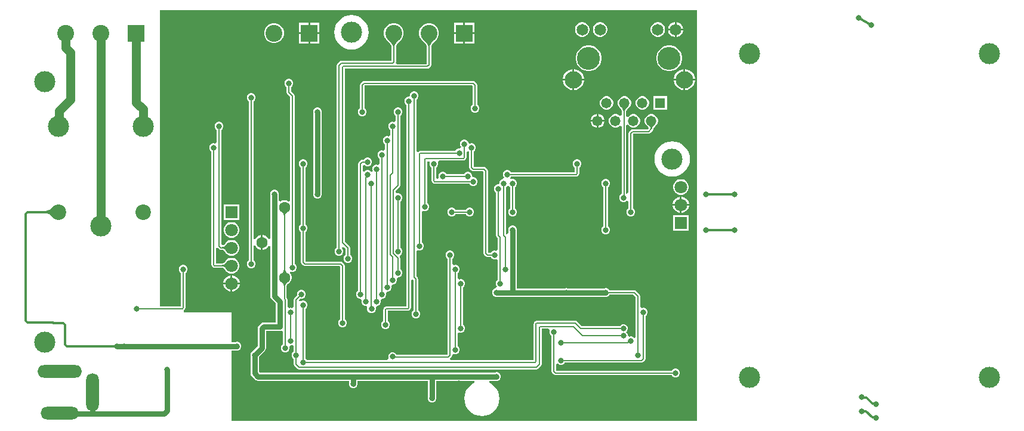
<source format=gbl>
G04*
G04 #@! TF.GenerationSoftware,Altium Limited,Altium Designer,22.11.1 (43)*
G04*
G04 Layer_Physical_Order=2*
G04 Layer_Color=16711680*
%FSLAX26Y26*%
%MOIN*%
G70*
G04*
G04 #@! TF.SameCoordinates,D133BA17-E144-49A8-921F-F672E643092A*
G04*
G04*
G04 #@! TF.FilePolarity,Positive*
G04*
G01*
G75*
%ADD92C,0.014000*%
%ADD93C,0.008000*%
%ADD94C,0.030000*%
%ADD96O,0.248031X0.070866*%
%ADD97O,0.212598X0.070866*%
%ADD98O,0.070866X0.212598*%
%ADD99C,0.097441*%
%ADD100C,0.064961*%
%ADD101C,0.058189*%
%ADD102R,0.058189X0.058189*%
%ADD103C,0.128346*%
%ADD104C,0.062992*%
%ADD105R,0.094488X0.094488*%
%ADD106C,0.094488*%
%ADD107C,0.086614*%
%ADD108C,0.086614*%
%ADD109C,0.118110*%
%ADD110R,0.070866X0.070866*%
%ADD111C,0.070866*%
%ADD112C,0.032000*%
%ADD113C,0.050000*%
G36*
X202306Y1169465D02*
X197928Y1173937D01*
X189600Y1181468D01*
X185649Y1184527D01*
X181841Y1187116D01*
X178175Y1189234D01*
X174652Y1190882D01*
X171271Y1192059D01*
X168032Y1192765D01*
X164936Y1193000D01*
X165194Y1207000D01*
X168230Y1207231D01*
X171442Y1207923D01*
X174827Y1209078D01*
X178387Y1210694D01*
X182121Y1212771D01*
X186030Y1215311D01*
X190113Y1218312D01*
X198802Y1225699D01*
X203407Y1230085D01*
X202306Y1169465D01*
D02*
G37*
G36*
X3800000Y32940D02*
X1200000Y32939D01*
Y426550D01*
X1223900D01*
X1225226Y426000D01*
X1234774D01*
X1243595Y429654D01*
X1250346Y436405D01*
X1254000Y445226D01*
Y454774D01*
X1250346Y463595D01*
X1243595Y470346D01*
X1234774Y474000D01*
X1225226D01*
X1223900Y473451D01*
X1200000D01*
Y640000D01*
X933634D01*
X931947Y650000D01*
X933965Y651348D01*
X938652Y656035D01*
X941304Y660004D01*
X942235Y664686D01*
Y859091D01*
X943595Y859654D01*
X950346Y866405D01*
X954000Y875226D01*
Y884774D01*
X950346Y893595D01*
X943595Y900346D01*
X934774Y904000D01*
X925226D01*
X916405Y900346D01*
X909654Y893595D01*
X906000Y884774D01*
Y875226D01*
X909654Y866405D01*
X916405Y859654D01*
X917765Y859091D01*
Y672235D01*
X800000D01*
Y2329265D01*
X3800000Y2329265D01*
Y32940D01*
D02*
G37*
%LPC*%
G36*
X3686656Y2262401D02*
X3686063D01*
Y2224921D01*
X3723543D01*
Y2225514D01*
X3720648Y2236318D01*
X3715056Y2246005D01*
X3707146Y2253914D01*
X3697460Y2259507D01*
X3686656Y2262401D01*
D02*
G37*
G36*
X3676063D02*
X3675470D01*
X3664666Y2259507D01*
X3654979Y2253914D01*
X3647070Y2246005D01*
X3641478Y2236318D01*
X3638583Y2225514D01*
Y2224921D01*
X3676063D01*
Y2262401D01*
D02*
G37*
G36*
X1691102Y2257244D02*
X1638858D01*
Y2205000D01*
X1691102D01*
Y2257244D01*
D02*
G37*
G36*
X1628858D02*
X1576614D01*
Y2205000D01*
X1628858D01*
Y2257244D01*
D02*
G37*
G36*
X2557244D02*
X2505000D01*
Y2205000D01*
X2557244D01*
Y2257244D01*
D02*
G37*
G36*
X2495000D02*
X2442756D01*
Y2205000D01*
X2495000D01*
Y2257244D01*
D02*
G37*
G36*
X3586392Y2260401D02*
X3575734D01*
X3565438Y2257643D01*
X3556207Y2252314D01*
X3548671Y2244777D01*
X3543341Y2235546D01*
X3540583Y2225251D01*
Y2214592D01*
X3543341Y2204296D01*
X3548671Y2195066D01*
X3556207Y2187529D01*
X3565438Y2182200D01*
X3575734Y2179441D01*
X3586392D01*
X3596688Y2182200D01*
X3605919Y2187529D01*
X3613455Y2195066D01*
X3618785Y2204296D01*
X3621543Y2214592D01*
Y2225251D01*
X3618785Y2235546D01*
X3613455Y2244777D01*
X3605919Y2252314D01*
X3596688Y2257643D01*
X3586392Y2260401D01*
D02*
G37*
G36*
X3264345D02*
X3253686D01*
X3243391Y2257643D01*
X3234160Y2252314D01*
X3226624Y2244777D01*
X3221294Y2235546D01*
X3218535Y2225251D01*
Y2214592D01*
X3221294Y2204296D01*
X3226624Y2195066D01*
X3234160Y2187529D01*
X3243391Y2182200D01*
X3253686Y2179441D01*
X3264345D01*
X3274641Y2182200D01*
X3283871Y2187529D01*
X3291408Y2195066D01*
X3296737Y2204296D01*
X3299496Y2214592D01*
Y2225251D01*
X3296737Y2235546D01*
X3291408Y2244777D01*
X3283871Y2252314D01*
X3274641Y2257643D01*
X3264345Y2260401D01*
D02*
G37*
G36*
X3164345D02*
X3153686D01*
X3143391Y2257643D01*
X3134160Y2252314D01*
X3126624Y2244777D01*
X3121294Y2235546D01*
X3118535Y2225251D01*
Y2214592D01*
X3121294Y2204296D01*
X3126624Y2195066D01*
X3134160Y2187529D01*
X3143391Y2182200D01*
X3153686Y2179441D01*
X3164345D01*
X3174641Y2182200D01*
X3183871Y2187529D01*
X3191408Y2195066D01*
X3196737Y2204296D01*
X3199496Y2214592D01*
Y2225251D01*
X3196737Y2235546D01*
X3191408Y2244777D01*
X3183871Y2252314D01*
X3174641Y2257643D01*
X3164345Y2260401D01*
D02*
G37*
G36*
X3723543Y2214921D02*
X3686063D01*
Y2177441D01*
X3686656D01*
X3697460Y2180336D01*
X3707146Y2185928D01*
X3715056Y2193838D01*
X3720648Y2203524D01*
X3723543Y2214329D01*
Y2214921D01*
D02*
G37*
G36*
X3676063D02*
X3638583D01*
Y2214329D01*
X3641478Y2203524D01*
X3647070Y2193838D01*
X3654979Y2185928D01*
X3664666Y2180336D01*
X3675470Y2177441D01*
X3676063D01*
Y2214921D01*
D02*
G37*
G36*
X1444281Y2255244D02*
X1429735D01*
X1415685Y2251479D01*
X1403087Y2244206D01*
X1392802Y2233921D01*
X1385529Y2221323D01*
X1381764Y2207273D01*
Y2192727D01*
X1385529Y2178677D01*
X1392802Y2166079D01*
X1403087Y2155794D01*
X1415685Y2148521D01*
X1429735Y2144756D01*
X1444281D01*
X1458331Y2148521D01*
X1470929Y2155794D01*
X1481214Y2166079D01*
X1488487Y2178677D01*
X1492252Y2192727D01*
Y2207273D01*
X1488487Y2221323D01*
X1481214Y2233921D01*
X1470929Y2244206D01*
X1458331Y2251479D01*
X1444281Y2255244D01*
D02*
G37*
G36*
X2557244Y2195000D02*
X2505000D01*
Y2142756D01*
X2557244D01*
Y2195000D01*
D02*
G37*
G36*
X2495000D02*
X2442756D01*
Y2142756D01*
X2495000D01*
Y2195000D01*
D02*
G37*
G36*
X1691102Y2195000D02*
X1638858D01*
Y2142756D01*
X1691102D01*
Y2195000D01*
D02*
G37*
G36*
X1628858D02*
X1576614D01*
Y2142756D01*
X1628858D01*
Y2195000D01*
D02*
G37*
G36*
X1870079Y2301324D02*
X1851233Y2299468D01*
X1833112Y2293971D01*
X1816411Y2285044D01*
X1801773Y2273030D01*
X1789759Y2258392D01*
X1780832Y2241691D01*
X1775335Y2223570D01*
X1773479Y2204724D01*
X1775335Y2185879D01*
X1780832Y2167757D01*
X1789759Y2151057D01*
X1801773Y2136418D01*
X1816411Y2124405D01*
X1833112Y2115478D01*
X1851233Y2109981D01*
X1870079Y2108125D01*
X1888924Y2109981D01*
X1907046Y2115478D01*
X1923746Y2124405D01*
X1938385Y2136418D01*
X1950398Y2151057D01*
X1959325Y2167757D01*
X1964822Y2185879D01*
X1966678Y2204724D01*
X1964822Y2223570D01*
X1959325Y2241691D01*
X1950398Y2258392D01*
X1938385Y2273030D01*
X1923746Y2285044D01*
X1907046Y2293971D01*
X1888924Y2299468D01*
X1870079Y2301324D01*
D02*
G37*
G36*
X2310423Y2255244D02*
X2295877D01*
X2281826Y2251479D01*
X2269229Y2244206D01*
X2258943Y2233921D01*
X2251670Y2221323D01*
X2247905Y2207273D01*
Y2192727D01*
X2251670Y2178677D01*
X2258943Y2166079D01*
X2263828Y2161195D01*
X2264225Y2160581D01*
X2274506Y2149985D01*
X2282293Y2140839D01*
X2285181Y2136936D01*
X2287496Y2133383D01*
X2289189Y2130296D01*
X2290278Y2127747D01*
X2290818Y2125830D01*
X2290914Y2124908D01*
Y2028217D01*
X2288932Y2026235D01*
X2125007D01*
X2122977Y2028132D01*
X2118216Y2036235D01*
X2118534Y2037836D01*
Y2124908D01*
X2118630Y2125830D01*
X2119170Y2127747D01*
X2120259Y2130296D01*
X2121953Y2133384D01*
X2124268Y2136936D01*
X2127111Y2140778D01*
X2139797Y2155131D01*
X2145149Y2160505D01*
X2145583Y2161157D01*
X2150506Y2166079D01*
X2157778Y2178677D01*
X2161543Y2192727D01*
Y2207273D01*
X2157778Y2221323D01*
X2150506Y2233921D01*
X2140220Y2244206D01*
X2127623Y2251479D01*
X2113572Y2255244D01*
X2099026D01*
X2084976Y2251479D01*
X2072378Y2244206D01*
X2062093Y2233921D01*
X2054820Y2221323D01*
X2051055Y2207273D01*
Y2192727D01*
X2054820Y2178677D01*
X2062093Y2166079D01*
X2066978Y2161195D01*
X2067374Y2160581D01*
X2077655Y2149985D01*
X2085442Y2140839D01*
X2088331Y2136936D01*
X2090646Y2133383D01*
X2092339Y2130296D01*
X2093428Y2127747D01*
X2093968Y2125830D01*
X2094064Y2124908D01*
Y2045385D01*
X1813149D01*
X1808467Y2044453D01*
X1804498Y2041801D01*
X1791349Y2028651D01*
X1788696Y2024682D01*
X1787765Y2020000D01*
Y1000909D01*
X1786405Y1000346D01*
X1779654Y993595D01*
X1776000Y984774D01*
Y975226D01*
X1779654Y966405D01*
X1786405Y959654D01*
X1795226Y956000D01*
X1804774D01*
X1813595Y959654D01*
X1820346Y966405D01*
X1824000Y975226D01*
Y984774D01*
X1820346Y993595D01*
X1815784Y998157D01*
X1816057Y1002498D01*
X1825420Y1006126D01*
X1826676Y1006021D01*
X1837765Y994932D01*
Y960909D01*
X1836405Y960346D01*
X1829654Y953595D01*
X1826000Y944774D01*
Y935226D01*
X1829654Y926405D01*
X1836405Y919654D01*
X1845226Y916000D01*
X1854774D01*
X1863595Y919654D01*
X1870346Y926405D01*
X1874000Y935226D01*
Y944774D01*
X1870346Y953595D01*
X1863595Y960346D01*
X1862235Y960909D01*
Y1000000D01*
X1861304Y1004682D01*
X1858651Y1008652D01*
X1832235Y1035068D01*
Y2001765D01*
X2294000D01*
X2298682Y2002696D01*
X2302651Y2005349D01*
X2311801Y2014498D01*
X2314453Y2018467D01*
X2315385Y2023150D01*
Y2124908D01*
X2315481Y2125830D01*
X2316021Y2127747D01*
X2317110Y2130296D01*
X2318804Y2133384D01*
X2321118Y2136936D01*
X2323961Y2140778D01*
X2336647Y2155131D01*
X2342000Y2160505D01*
X2342434Y2161157D01*
X2347356Y2166079D01*
X2354629Y2178677D01*
X2358394Y2192727D01*
Y2207273D01*
X2354629Y2221323D01*
X2347356Y2233921D01*
X2337070Y2244206D01*
X2324473Y2251479D01*
X2310423Y2255244D01*
D02*
G37*
G36*
X3652148Y2132252D02*
X3637931D01*
X3623987Y2129478D01*
X3610853Y2124038D01*
X3599032Y2116139D01*
X3588979Y2106086D01*
X3581080Y2094265D01*
X3575640Y2081131D01*
X3572866Y2067187D01*
Y2052970D01*
X3575640Y2039027D01*
X3581080Y2025892D01*
X3588979Y2014071D01*
X3599032Y2004018D01*
X3610853Y1996120D01*
X3623987Y1990679D01*
X3637931Y1987906D01*
X3652148D01*
X3666091Y1990679D01*
X3679226Y1996120D01*
X3691047Y2004018D01*
X3701100Y2014071D01*
X3708998Y2025892D01*
X3714439Y2039027D01*
X3717213Y2052970D01*
Y2067187D01*
X3714439Y2081131D01*
X3708998Y2094265D01*
X3701100Y2106086D01*
X3691047Y2116139D01*
X3679226Y2124038D01*
X3666091Y2129478D01*
X3652148Y2132252D01*
D02*
G37*
G36*
X3202148D02*
X3187931D01*
X3173987Y2129478D01*
X3160853Y2124038D01*
X3149032Y2116139D01*
X3138979Y2106086D01*
X3131080Y2094265D01*
X3125640Y2081131D01*
X3122866Y2067187D01*
Y2052970D01*
X3125640Y2039027D01*
X3131080Y2025892D01*
X3138979Y2014071D01*
X3149032Y2004018D01*
X3160853Y1996120D01*
X3173987Y1990679D01*
X3187931Y1987906D01*
X3202148D01*
X3216091Y1990679D01*
X3229226Y1996120D01*
X3241047Y2004018D01*
X3251100Y2014071D01*
X3258998Y2025892D01*
X3264439Y2039027D01*
X3267213Y2052970D01*
Y2067187D01*
X3264439Y2081131D01*
X3258998Y2094265D01*
X3251100Y2106086D01*
X3241047Y2116139D01*
X3229226Y2124038D01*
X3216091Y2129478D01*
X3202148Y2132252D01*
D02*
G37*
G36*
X3735862Y1998720D02*
X3735079D01*
Y1945000D01*
X3788799D01*
Y1945784D01*
X3786543Y1957128D01*
X3782116Y1967814D01*
X3775690Y1977432D01*
X3767511Y1985611D01*
X3757893Y1992037D01*
X3747207Y1996464D01*
X3735862Y1998720D01*
D02*
G37*
G36*
X3115784D02*
X3115000D01*
Y1945000D01*
X3168720D01*
Y1945784D01*
X3166464Y1957128D01*
X3162037Y1967814D01*
X3155611Y1977432D01*
X3147432Y1985611D01*
X3137814Y1992037D01*
X3127128Y1996464D01*
X3115784Y1998720D01*
D02*
G37*
G36*
X3725079D02*
X3724295D01*
X3712951Y1996464D01*
X3702264Y1992037D01*
X3692647Y1985611D01*
X3684468Y1977432D01*
X3678041Y1967814D01*
X3673615Y1957128D01*
X3671358Y1945784D01*
Y1945000D01*
X3725079D01*
Y1998720D01*
D02*
G37*
G36*
X3105000D02*
X3104216D01*
X3092872Y1996464D01*
X3082186Y1992037D01*
X3072568Y1985611D01*
X3064389Y1977432D01*
X3057963Y1967814D01*
X3053536Y1957128D01*
X3051280Y1945784D01*
Y1945000D01*
X3105000D01*
Y1998720D01*
D02*
G37*
G36*
X3788799Y1935000D02*
X3735079D01*
Y1881280D01*
X3735862D01*
X3747207Y1883536D01*
X3757893Y1887963D01*
X3767511Y1894389D01*
X3775690Y1902568D01*
X3782116Y1912186D01*
X3786543Y1922872D01*
X3788799Y1934216D01*
Y1935000D01*
D02*
G37*
G36*
X3725079D02*
X3671358D01*
Y1934216D01*
X3673615Y1922872D01*
X3678041Y1912186D01*
X3684468Y1902568D01*
X3692647Y1894389D01*
X3702264Y1887963D01*
X3712951Y1883536D01*
X3724295Y1881280D01*
X3725079D01*
Y1935000D01*
D02*
G37*
G36*
X3168720D02*
X3115000D01*
Y1881280D01*
X3115784D01*
X3127128Y1883536D01*
X3137814Y1887963D01*
X3147432Y1894389D01*
X3155611Y1902568D01*
X3162037Y1912186D01*
X3166464Y1922872D01*
X3168720Y1934216D01*
Y1935000D01*
D02*
G37*
G36*
X3105000D02*
X3051280D01*
Y1934216D01*
X3053536Y1922872D01*
X3057963Y1912186D01*
X3064389Y1902568D01*
X3072568Y1894389D01*
X3082186Y1887963D01*
X3092872Y1883536D01*
X3104216Y1881280D01*
X3105000D01*
Y1935000D01*
D02*
G37*
G36*
X3632134Y1847173D02*
X3557945D01*
Y1772984D01*
X3632134D01*
Y1847173D01*
D02*
G37*
G36*
X3499923D02*
X3490156D01*
X3480722Y1844645D01*
X3472263Y1839762D01*
X3465356Y1832855D01*
X3460473Y1824397D01*
X3457945Y1814962D01*
Y1805195D01*
X3460473Y1795761D01*
X3465356Y1787302D01*
X3472263Y1780396D01*
X3480722Y1775512D01*
X3490156Y1772984D01*
X3499923D01*
X3509357Y1775512D01*
X3517816Y1780396D01*
X3524722Y1787302D01*
X3529606Y1795761D01*
X3532134Y1805195D01*
Y1814962D01*
X3529606Y1824397D01*
X3524722Y1832855D01*
X3517816Y1839762D01*
X3509357Y1844645D01*
X3499923Y1847173D01*
D02*
G37*
G36*
X3299923D02*
X3290156D01*
X3280722Y1844645D01*
X3272263Y1839762D01*
X3265356Y1832855D01*
X3260473Y1824397D01*
X3257945Y1814962D01*
Y1805195D01*
X3260473Y1795761D01*
X3265356Y1787302D01*
X3272263Y1780396D01*
X3280722Y1775512D01*
X3290156Y1772984D01*
X3299923D01*
X3309357Y1775512D01*
X3317816Y1780396D01*
X3324722Y1787302D01*
X3329606Y1795761D01*
X3332134Y1805195D01*
Y1814962D01*
X3329606Y1824397D01*
X3324722Y1832855D01*
X3317816Y1839762D01*
X3309357Y1844645D01*
X3299923Y1847173D01*
D02*
G37*
G36*
X2550000Y1932235D02*
X1940000D01*
X1935318Y1931304D01*
X1931349Y1928651D01*
X1921349Y1918651D01*
X1918696Y1914682D01*
X1917765Y1910000D01*
Y1780909D01*
X1916405Y1780346D01*
X1909654Y1773595D01*
X1906000Y1764774D01*
Y1755226D01*
X1909654Y1746405D01*
X1916405Y1739654D01*
X1925226Y1736000D01*
X1934774D01*
X1943595Y1739654D01*
X1950346Y1746405D01*
X1954000Y1755226D01*
Y1764774D01*
X1950346Y1773595D01*
X1943595Y1780346D01*
X1942235Y1780909D01*
Y1904932D01*
X1945068Y1907765D01*
X2544932D01*
X2547765Y1904932D01*
Y1800909D01*
X2546405Y1800346D01*
X2539654Y1793595D01*
X2536000Y1784774D01*
Y1775226D01*
X2539654Y1766405D01*
X2546405Y1759654D01*
X2555226Y1756000D01*
X2564774D01*
X2573595Y1759654D01*
X2580346Y1766405D01*
X2584000Y1775226D01*
Y1784774D01*
X2580346Y1793595D01*
X2573595Y1800346D01*
X2572235Y1800909D01*
Y1910000D01*
X2571304Y1914682D01*
X2568651Y1918651D01*
X2558651Y1928651D01*
X2554682Y1931304D01*
X2550000Y1932235D01*
D02*
G37*
G36*
X3399923Y1847173D02*
X3390156D01*
X3380722Y1844645D01*
X3372263Y1839762D01*
X3365356Y1832855D01*
X3360473Y1824397D01*
X3357945Y1814962D01*
Y1805195D01*
X3360473Y1795761D01*
X3365356Y1787302D01*
X3366579Y1786080D01*
X3366624Y1785994D01*
X3372061Y1779313D01*
X3376111Y1773619D01*
X3377561Y1771263D01*
X3378717Y1769123D01*
X3379542Y1767304D01*
X3380051Y1765855D01*
X3380285Y1764841D01*
Y1741435D01*
X3370285Y1737293D01*
X3367816Y1739762D01*
X3359357Y1744645D01*
X3349923Y1747173D01*
X3340156D01*
X3330722Y1744645D01*
X3322263Y1739762D01*
X3315356Y1732855D01*
X3310473Y1724397D01*
X3307945Y1714962D01*
Y1705195D01*
X3310473Y1695761D01*
X3315356Y1687302D01*
X3322263Y1680396D01*
X3330722Y1675512D01*
X3340156Y1672984D01*
X3349923D01*
X3359357Y1675512D01*
X3367816Y1680396D01*
X3370285Y1682864D01*
X3380285Y1678722D01*
Y1301953D01*
X3376405Y1300346D01*
X3369654Y1293595D01*
X3366000Y1284774D01*
Y1275226D01*
X3369654Y1266405D01*
X3376405Y1259654D01*
X3385226Y1256000D01*
X3394774D01*
X3403595Y1259654D01*
X3407765Y1263824D01*
X3417765Y1260173D01*
Y1220909D01*
X3416405Y1220346D01*
X3409654Y1213595D01*
X3406000Y1204774D01*
Y1195226D01*
X3409654Y1186405D01*
X3416405Y1179654D01*
X3425226Y1176000D01*
X3434774D01*
X3443595Y1179654D01*
X3450346Y1186405D01*
X3454000Y1195226D01*
Y1204774D01*
X3450346Y1213595D01*
X3443595Y1220346D01*
X3442235Y1220909D01*
Y1634932D01*
X3445068Y1637765D01*
X3530000D01*
X3534682Y1638696D01*
X3538651Y1641349D01*
X3553691Y1656388D01*
X3556343Y1660357D01*
X3557125Y1664289D01*
X3557177Y1664479D01*
X3557184Y1664585D01*
X3557274Y1665039D01*
Y1665898D01*
X3557286Y1666063D01*
X3557517Y1667202D01*
X3557948Y1668493D01*
X3558619Y1669947D01*
X3559559Y1671558D01*
X3560794Y1673313D01*
X3562262Y1675103D01*
X3566452Y1679343D01*
X3567360Y1680133D01*
X3567816Y1680396D01*
X3568836Y1681416D01*
X3568994Y1681553D01*
X3569064Y1681644D01*
X3569263Y1681842D01*
X3569409Y1681940D01*
X3569507Y1682087D01*
X3574722Y1687302D01*
X3579606Y1695761D01*
X3582134Y1705195D01*
Y1714962D01*
X3579606Y1724397D01*
X3574722Y1732855D01*
X3567816Y1739762D01*
X3559357Y1744645D01*
X3549923Y1747173D01*
X3540156D01*
X3530722Y1744645D01*
X3522263Y1739762D01*
X3515356Y1732855D01*
X3510473Y1724397D01*
X3507945Y1714962D01*
Y1705195D01*
X3510473Y1695761D01*
X3515356Y1687302D01*
X3520571Y1682087D01*
X3520669Y1681940D01*
X3520816Y1681842D01*
X3521015Y1681644D01*
X3521085Y1681553D01*
X3521243Y1681416D01*
X3522263Y1680396D01*
X3522718Y1680133D01*
X3523710Y1679270D01*
X3525885Y1677185D01*
X3527743Y1675194D01*
X3529284Y1673314D01*
X3530519Y1671558D01*
X3531460Y1669947D01*
X3531834Y1669137D01*
X3524932Y1662235D01*
X3440000D01*
X3435318Y1661304D01*
X3431349Y1658651D01*
X3421349Y1648651D01*
X3418696Y1644682D01*
X3417765Y1640000D01*
Y1308650D01*
X3407765Y1303544D01*
X3404755Y1305723D01*
Y1685665D01*
X3414755Y1688344D01*
X3415356Y1687302D01*
X3422263Y1680396D01*
X3430722Y1675512D01*
X3440156Y1672984D01*
X3449923D01*
X3459357Y1675512D01*
X3467816Y1680396D01*
X3474722Y1687302D01*
X3479606Y1695761D01*
X3482134Y1705195D01*
Y1714962D01*
X3479606Y1724397D01*
X3474722Y1732855D01*
X3467816Y1739762D01*
X3459357Y1744645D01*
X3449923Y1747173D01*
X3440156D01*
X3430722Y1744645D01*
X3422263Y1739762D01*
X3415356Y1732855D01*
X3414755Y1731813D01*
X3404755Y1734493D01*
Y1764172D01*
X3404767Y1764318D01*
X3405006Y1765315D01*
X3405497Y1766590D01*
X3406298Y1768127D01*
X3407445Y1769900D01*
X3408956Y1771875D01*
X3410772Y1773947D01*
X3415794Y1778822D01*
X3417261Y1780075D01*
X3417816Y1780396D01*
X3424722Y1787302D01*
X3429606Y1795761D01*
X3432134Y1805195D01*
Y1814962D01*
X3429606Y1824397D01*
X3424722Y1832855D01*
X3417816Y1839762D01*
X3409357Y1844645D01*
X3399923Y1847173D01*
D02*
G37*
G36*
X3250186Y1749173D02*
X3250039D01*
Y1715079D01*
X3284134D01*
Y1715226D01*
X3281470Y1725169D01*
X3276323Y1734083D01*
X3269044Y1741362D01*
X3260129Y1746509D01*
X3250186Y1749173D01*
D02*
G37*
G36*
X3240039D02*
X3239892D01*
X3229950Y1746509D01*
X3221035Y1741362D01*
X3213756Y1734083D01*
X3208609Y1725169D01*
X3205945Y1715226D01*
Y1715079D01*
X3240039D01*
Y1749173D01*
D02*
G37*
G36*
X2134774Y1784000D02*
X2125226D01*
X2116405Y1780346D01*
X2109654Y1773595D01*
X2106000Y1764774D01*
Y1755226D01*
X2109654Y1746405D01*
X2116405Y1739654D01*
X2117765Y1739091D01*
Y1709242D01*
X2107765Y1702761D01*
X2104774Y1704000D01*
X2095226D01*
X2086405Y1700346D01*
X2079654Y1693595D01*
X2076000Y1684774D01*
Y1675226D01*
X2079654Y1666405D01*
X2086405Y1659654D01*
X2087765Y1659091D01*
Y1629242D01*
X2077765Y1622761D01*
X2074774Y1624000D01*
X2065226D01*
X2056405Y1620346D01*
X2049654Y1613595D01*
X2046000Y1604774D01*
Y1595226D01*
X2049654Y1586405D01*
X2056405Y1579654D01*
X2057765Y1579091D01*
Y1549242D01*
X2047765Y1542761D01*
X2044774Y1544000D01*
X2035226D01*
X2026405Y1540346D01*
X2019654Y1533595D01*
X2016000Y1524774D01*
Y1515226D01*
X2019654Y1506405D01*
X2026405Y1499654D01*
X2027765Y1499091D01*
Y1469242D01*
X2017765Y1462761D01*
X2014774Y1464000D01*
X2005226D01*
X1996405Y1460346D01*
X1989654Y1453595D01*
X1986000Y1444774D01*
Y1435226D01*
X1988983Y1428023D01*
X1980346Y1423595D01*
X1973595Y1430346D01*
X1964774Y1434000D01*
X1955226D01*
X1946405Y1430346D01*
X1942235Y1426176D01*
X1932235Y1429827D01*
Y1460173D01*
X1942235Y1463824D01*
X1946405Y1459654D01*
X1955226Y1456000D01*
X1964774D01*
X1973595Y1459654D01*
X1980346Y1466405D01*
X1984000Y1475226D01*
Y1484774D01*
X1980346Y1493595D01*
X1973595Y1500346D01*
X1964774Y1504000D01*
X1955226D01*
X1946405Y1500346D01*
X1939654Y1493595D01*
X1939091Y1492235D01*
X1930000D01*
X1925318Y1491304D01*
X1921349Y1488651D01*
X1911349Y1478651D01*
X1908696Y1474682D01*
X1907765Y1470000D01*
Y760909D01*
X1906405Y760346D01*
X1899654Y753595D01*
X1896000Y744774D01*
Y735226D01*
X1899654Y726405D01*
X1906405Y719654D01*
X1915226Y716000D01*
X1919826D01*
X1926773Y706989D01*
X1926823Y706761D01*
X1926000Y704774D01*
Y695226D01*
X1929654Y686405D01*
X1936405Y679654D01*
X1945226Y676000D01*
X1951826D01*
X1957600Y669701D01*
X1958869Y666872D01*
X1958000Y664774D01*
Y655226D01*
X1961654Y646405D01*
X1968405Y639654D01*
X1977226Y636000D01*
X1986774D01*
X1995595Y639654D01*
X2002346Y646405D01*
X2006000Y655226D01*
Y664774D01*
X2005492Y666000D01*
X2012174Y676000D01*
X2014774D01*
X2023595Y679654D01*
X2030346Y686405D01*
X2034000Y695226D01*
Y704774D01*
X2033177Y706761D01*
X2033227Y706989D01*
X2040174Y716000D01*
X2044774D01*
X2053595Y719654D01*
X2060346Y726405D01*
X2064000Y735226D01*
Y744774D01*
X2063177Y746761D01*
X2063227Y746989D01*
X2070174Y756000D01*
X2074774D01*
X2083595Y759654D01*
X2090346Y766405D01*
X2094000Y775226D01*
Y784774D01*
X2093177Y786761D01*
X2093227Y786989D01*
X2100174Y796000D01*
X2104774D01*
X2113595Y799654D01*
X2120346Y806405D01*
X2124000Y815226D01*
Y824774D01*
X2123177Y826761D01*
X2123227Y826989D01*
X2130174Y836000D01*
X2134774D01*
X2143595Y839654D01*
X2150346Y846405D01*
X2154000Y855226D01*
Y864774D01*
X2150346Y873595D01*
X2143595Y880346D01*
X2142235Y880909D01*
Y940402D01*
X2141304Y945084D01*
X2139840Y947275D01*
X2140528Y953890D01*
X2142604Y959243D01*
X2143595Y959654D01*
X2150346Y966405D01*
X2154000Y975226D01*
Y984774D01*
X2150346Y993595D01*
X2143595Y1000346D01*
X2142235Y1000909D01*
Y1259091D01*
X2143595Y1259654D01*
X2150346Y1266405D01*
X2154000Y1275226D01*
Y1284774D01*
X2150346Y1293595D01*
X2143595Y1300346D01*
X2134774Y1304000D01*
X2125226D01*
X2117219Y1309639D01*
X2116536Y1319233D01*
X2138651Y1341349D01*
X2141304Y1345318D01*
X2142235Y1350000D01*
Y1739091D01*
X2143595Y1739654D01*
X2150346Y1746405D01*
X2154000Y1755226D01*
Y1764774D01*
X2150346Y1773595D01*
X2143595Y1780346D01*
X2134774Y1784000D01*
D02*
G37*
G36*
X3284134Y1705079D02*
X3250039D01*
Y1670984D01*
X3250186D01*
X3260129Y1673649D01*
X3269044Y1678795D01*
X3276323Y1686074D01*
X3281470Y1694989D01*
X3284134Y1704932D01*
Y1705079D01*
D02*
G37*
G36*
X3240039D02*
X3205945D01*
Y1704932D01*
X3208609Y1694989D01*
X3213756Y1686074D01*
X3221035Y1678795D01*
X3229950Y1673649D01*
X3239892Y1670984D01*
X3240039D01*
Y1705079D01*
D02*
G37*
G36*
X1134774Y1704000D02*
X1125226D01*
X1116405Y1700346D01*
X1109654Y1693595D01*
X1106000Y1684774D01*
Y1675226D01*
X1109654Y1666405D01*
X1116405Y1659654D01*
X1117765Y1659091D01*
Y1589242D01*
X1107765Y1582761D01*
X1104774Y1584000D01*
X1095226D01*
X1086405Y1580346D01*
X1079654Y1573595D01*
X1076000Y1564774D01*
Y1555226D01*
X1079654Y1546405D01*
X1086405Y1539654D01*
X1087765Y1539091D01*
Y904686D01*
X1088696Y900004D01*
X1091349Y896035D01*
X1096035Y891348D01*
X1100004Y888696D01*
X1104686Y887765D01*
X1148477D01*
X1149054Y887737D01*
X1150860Y887458D01*
X1152515Y887012D01*
X1154053Y886401D01*
X1155508Y885616D01*
X1156914Y884634D01*
X1158288Y883428D01*
X1159638Y881969D01*
X1160962Y880230D01*
X1162420Y877924D01*
X1162861Y877460D01*
X1165245Y873332D01*
X1173332Y865245D01*
X1183236Y859527D01*
X1194282Y856567D01*
X1205718D01*
X1216764Y859527D01*
X1226668Y865245D01*
X1234755Y873332D01*
X1240473Y883236D01*
X1243433Y894282D01*
Y905718D01*
X1240473Y916764D01*
X1234755Y926668D01*
X1226668Y934755D01*
X1216764Y940473D01*
X1205718Y943433D01*
X1194282D01*
X1183236Y940473D01*
X1173332Y934755D01*
X1165245Y926668D01*
X1162861Y922540D01*
X1162420Y922076D01*
X1160962Y919770D01*
X1159638Y918031D01*
X1158288Y916572D01*
X1156914Y915366D01*
X1155508Y914384D01*
X1154053Y913599D01*
X1152515Y912988D01*
X1150860Y912542D01*
X1149054Y912263D01*
X1148477Y912235D01*
X1112235D01*
Y996988D01*
X1118523Y999996D01*
X1122235Y1000462D01*
X1131349Y991348D01*
X1135318Y988696D01*
X1140000Y987765D01*
X1148477D01*
X1149054Y987737D01*
X1150860Y987458D01*
X1152515Y987012D01*
X1154053Y986401D01*
X1155508Y985616D01*
X1156914Y984634D01*
X1158288Y983428D01*
X1159638Y981969D01*
X1160962Y980230D01*
X1162420Y977924D01*
X1162861Y977460D01*
X1165245Y973332D01*
X1173332Y965245D01*
X1183236Y959527D01*
X1194282Y956567D01*
X1205718D01*
X1216764Y959527D01*
X1226668Y965245D01*
X1234755Y973332D01*
X1240473Y983236D01*
X1243433Y994282D01*
Y1005718D01*
X1240473Y1016764D01*
X1234755Y1026668D01*
X1226668Y1034755D01*
X1216764Y1040473D01*
X1205718Y1043433D01*
X1194282D01*
X1183236Y1040473D01*
X1173332Y1034755D01*
X1165245Y1026668D01*
X1162861Y1022540D01*
X1162420Y1022076D01*
X1160962Y1019770D01*
X1159638Y1018031D01*
X1158288Y1016572D01*
X1156914Y1015366D01*
X1155508Y1014384D01*
X1154053Y1013599D01*
X1152515Y1012988D01*
X1151230Y1012641D01*
X1149303Y1013695D01*
X1144015Y1017613D01*
X1142235Y1019503D01*
Y1659091D01*
X1143595Y1659654D01*
X1150346Y1666405D01*
X1154000Y1675226D01*
Y1684774D01*
X1150346Y1693595D01*
X1143595Y1700346D01*
X1134774Y1704000D01*
D02*
G37*
G36*
X3661417Y1595027D02*
X3642110Y1593125D01*
X3623546Y1587494D01*
X3606436Y1578348D01*
X3591439Y1566041D01*
X3579132Y1551044D01*
X3569987Y1533935D01*
X3564355Y1515370D01*
X3562454Y1496063D01*
X3564355Y1476756D01*
X3569987Y1458191D01*
X3579132Y1441082D01*
X3591439Y1426085D01*
X3606436Y1413778D01*
X3623546Y1404632D01*
X3642110Y1399001D01*
X3661417Y1397099D01*
X3680724Y1399001D01*
X3699289Y1404632D01*
X3716399Y1413778D01*
X3731395Y1426085D01*
X3743703Y1441082D01*
X3752848Y1458191D01*
X3758479Y1476756D01*
X3760381Y1496063D01*
X3758479Y1515370D01*
X3752848Y1533935D01*
X3743703Y1551044D01*
X3731395Y1566041D01*
X3716399Y1578348D01*
X3699289Y1587494D01*
X3680724Y1593125D01*
X3661417Y1595027D01*
D02*
G37*
G36*
X3715718Y1383433D02*
X3704282D01*
X3693235Y1380473D01*
X3683331Y1374755D01*
X3675245Y1366668D01*
X3669527Y1356764D01*
X3666567Y1345718D01*
Y1334282D01*
X3669527Y1323236D01*
X3675245Y1313332D01*
X3683331Y1305245D01*
X3693235Y1299527D01*
X3704282Y1296567D01*
X3715718D01*
X3726765Y1299527D01*
X3736669Y1305245D01*
X3744755Y1313332D01*
X3750473Y1323236D01*
X3753433Y1334282D01*
Y1345718D01*
X3750473Y1356764D01*
X3744755Y1366668D01*
X3736669Y1374755D01*
X3726765Y1380473D01*
X3715718Y1383433D01*
D02*
G37*
G36*
X1684774Y1784000D02*
X1675226D01*
X1666405Y1780346D01*
X1659654Y1773595D01*
X1656000Y1764774D01*
Y1755226D01*
X1656549Y1753900D01*
Y1306100D01*
X1656000Y1304774D01*
Y1295226D01*
X1659654Y1286405D01*
X1666405Y1279654D01*
X1675226Y1276000D01*
X1684774D01*
X1693595Y1279654D01*
X1700346Y1286405D01*
X1704000Y1295226D01*
Y1304774D01*
X1703451Y1306100D01*
Y1753900D01*
X1704000Y1755226D01*
Y1764774D01*
X1700346Y1773595D01*
X1693595Y1780346D01*
X1684774Y1784000D01*
D02*
G37*
G36*
X3715981Y1285433D02*
X3715000D01*
Y1245000D01*
X3755433D01*
Y1245981D01*
X3752337Y1257536D01*
X3746355Y1267897D01*
X3737896Y1276355D01*
X3727537Y1282337D01*
X3715981Y1285433D01*
D02*
G37*
G36*
X3705000D02*
X3704019D01*
X3692463Y1282337D01*
X3682104Y1276355D01*
X3673645Y1267897D01*
X3667663Y1257536D01*
X3664567Y1245981D01*
Y1245000D01*
X3705000D01*
Y1285433D01*
D02*
G37*
G36*
X2534774Y1224000D02*
X2525226D01*
X2516405Y1220346D01*
X2509654Y1213595D01*
X2509090Y1212235D01*
X2450910D01*
X2450346Y1213595D01*
X2443595Y1220346D01*
X2434774Y1224000D01*
X2425226D01*
X2416405Y1220346D01*
X2409654Y1213595D01*
X2406000Y1204774D01*
Y1195226D01*
X2409654Y1186405D01*
X2416405Y1179654D01*
X2425226Y1176000D01*
X2434774D01*
X2443595Y1179654D01*
X2450346Y1186405D01*
X2450910Y1187765D01*
X2509090D01*
X2509654Y1186405D01*
X2516405Y1179654D01*
X2525226Y1176000D01*
X2534774D01*
X2543595Y1179654D01*
X2550346Y1186405D01*
X2554000Y1195226D01*
Y1204774D01*
X2550346Y1213595D01*
X2543595Y1220346D01*
X2534774Y1224000D01*
D02*
G37*
G36*
X3755433Y1235000D02*
X3715000D01*
Y1194567D01*
X3715981D01*
X3727537Y1197663D01*
X3737896Y1203645D01*
X3746355Y1212103D01*
X3752337Y1222464D01*
X3755433Y1234019D01*
Y1235000D01*
D02*
G37*
G36*
X3705000D02*
X3664567D01*
Y1234019D01*
X3667663Y1222464D01*
X3673645Y1212103D01*
X3682104Y1203645D01*
X3692463Y1197663D01*
X3704019Y1194567D01*
X3705000D01*
Y1235000D01*
D02*
G37*
G36*
X1524774Y1944000D02*
X1515226D01*
X1506405Y1940346D01*
X1499654Y1933595D01*
X1496000Y1924774D01*
Y1915226D01*
X1499654Y1906405D01*
X1506405Y1899654D01*
X1507765Y1899091D01*
Y1870000D01*
X1508696Y1865318D01*
X1511349Y1861349D01*
X1527765Y1844932D01*
Y1265068D01*
X1525187Y1262804D01*
X1517765Y1259881D01*
X1511229Y1263655D01*
X1501184Y1266346D01*
X1490785D01*
X1480739Y1263655D01*
X1473451Y1259447D01*
X1467461Y1261478D01*
X1463451Y1264315D01*
Y1293900D01*
X1464000Y1295226D01*
Y1304774D01*
X1460346Y1313595D01*
X1453595Y1320346D01*
X1444774Y1324000D01*
X1435226D01*
X1426405Y1320346D01*
X1419654Y1313595D01*
X1416000Y1304774D01*
Y1295226D01*
X1416549Y1293900D01*
Y1052366D01*
X1406549Y1049687D01*
X1403205Y1055479D01*
X1395479Y1063205D01*
X1386017Y1068668D01*
X1375463Y1071496D01*
X1375000D01*
Y1030000D01*
Y988504D01*
X1375463D01*
X1386017Y991332D01*
X1395479Y996795D01*
X1403205Y1004521D01*
X1406549Y1010313D01*
X1416549Y1007634D01*
Y730000D01*
X1418334Y721026D01*
X1423418Y713418D01*
X1446549Y690286D01*
Y583451D01*
X1380000D01*
X1371026Y581665D01*
X1363418Y576582D01*
X1353418Y566582D01*
X1348334Y558974D01*
X1346549Y550000D01*
Y449714D01*
X1317731Y420896D01*
X1316405Y420346D01*
X1309654Y413595D01*
X1306000Y404774D01*
Y395226D01*
X1306549Y393900D01*
Y297574D01*
X1308334Y288599D01*
X1313418Y280991D01*
X1330992Y263418D01*
X1338599Y258334D01*
X1347574Y256549D01*
X1856549D01*
Y246100D01*
X1856000Y244774D01*
Y235226D01*
X1859654Y226405D01*
X1866405Y219654D01*
X1875226Y216000D01*
X1884774D01*
X1893595Y219654D01*
X1900346Y226405D01*
X1904000Y235226D01*
Y244774D01*
X1903451Y246100D01*
Y256549D01*
X2296549D01*
Y166100D01*
X2296000Y164774D01*
Y155226D01*
X2299654Y146405D01*
X2306405Y139654D01*
X2315226Y136000D01*
X2324774D01*
X2333595Y139654D01*
X2340346Y146405D01*
X2344000Y155226D01*
Y164774D01*
X2343451Y166100D01*
Y256549D01*
X2555457D01*
X2557962Y246549D01*
X2543925Y239046D01*
X2529059Y226846D01*
X2516859Y211981D01*
X2507794Y195021D01*
X2502212Y176618D01*
X2500327Y157480D01*
X2502212Y138342D01*
X2507794Y119940D01*
X2516859Y102980D01*
X2529059Y88114D01*
X2543925Y75914D01*
X2560885Y66849D01*
X2579287Y61267D01*
X2598425Y59382D01*
X2617563Y61267D01*
X2635966Y66849D01*
X2652926Y75914D01*
X2667791Y88114D01*
X2679991Y102980D01*
X2689056Y119940D01*
X2694639Y138342D01*
X2696524Y157480D01*
X2694639Y176618D01*
X2689056Y195021D01*
X2679991Y211981D01*
X2667791Y226846D01*
X2652926Y239046D01*
X2638888Y246549D01*
X2641393Y256549D01*
X2673900D01*
X2675226Y256000D01*
X2684774D01*
X2693595Y259654D01*
X2700346Y266405D01*
X2704000Y275226D01*
Y284774D01*
X2700346Y293595D01*
X2693595Y300346D01*
X2684774Y304000D01*
X2675226D01*
X2673900Y303451D01*
X1880000D01*
X1876213Y302697D01*
X1872426Y303451D01*
X1357287D01*
X1353451Y307287D01*
Y390286D01*
X1386582Y423418D01*
X1386582Y423418D01*
X1391666Y431026D01*
X1393451Y440000D01*
Y536549D01*
X1463900D01*
X1465226Y536000D01*
X1474774D01*
X1477765Y537239D01*
X1487765Y530758D01*
Y460909D01*
X1486405Y460346D01*
X1479654Y453595D01*
X1476000Y444774D01*
Y435226D01*
X1479654Y426405D01*
X1486405Y419654D01*
X1495226Y416000D01*
X1504774D01*
X1513595Y419654D01*
X1520346Y426405D01*
X1524000Y435226D01*
Y444774D01*
X1523177Y446761D01*
X1523227Y446989D01*
X1530174Y456000D01*
X1534774D01*
X1537765Y457239D01*
X1547765Y450758D01*
Y420909D01*
X1546405Y420346D01*
X1539654Y413595D01*
X1536000Y404774D01*
Y395226D01*
X1539654Y386405D01*
X1546405Y379654D01*
X1547765Y379091D01*
Y350000D01*
X1548696Y345318D01*
X1551349Y341349D01*
X1569348Y323349D01*
X1573318Y320696D01*
X1578000Y319765D01*
X2902000D01*
X2906682Y320696D01*
X2910651Y323349D01*
X2928651Y341348D01*
X2931304Y345318D01*
X2932235Y350000D01*
Y547765D01*
X2970758D01*
X2977239Y537765D01*
X2976000Y534774D01*
Y525226D01*
X2979654Y516405D01*
X2986405Y509654D01*
X2987765Y509091D01*
Y310000D01*
X2988696Y305318D01*
X2991349Y301349D01*
X3001349Y291349D01*
X3005318Y288696D01*
X3010000Y287765D01*
X3659090D01*
X3659654Y286405D01*
X3666405Y279654D01*
X3675226Y276000D01*
X3684774D01*
X3693595Y279654D01*
X3700346Y286405D01*
X3704000Y295226D01*
Y304774D01*
X3700346Y313595D01*
X3693595Y320346D01*
X3684774Y324000D01*
X3675226D01*
X3666405Y320346D01*
X3659654Y313595D01*
X3659090Y312235D01*
X3015068D01*
X3012235Y315068D01*
Y350173D01*
X3022235Y353824D01*
X3026405Y349654D01*
X3035226Y346000D01*
X3044774D01*
X3053595Y349654D01*
X3060346Y356405D01*
X3060910Y357765D01*
X3490000D01*
X3494682Y358696D01*
X3498651Y361349D01*
X3508651Y371349D01*
X3511304Y375318D01*
X3512235Y380000D01*
Y619091D01*
X3513595Y619654D01*
X3520346Y626405D01*
X3524000Y635226D01*
Y644774D01*
X3520346Y653595D01*
X3513595Y660346D01*
X3504774Y664000D01*
X3495226D01*
X3492235Y662761D01*
X3482235Y669242D01*
Y730000D01*
X3481304Y734682D01*
X3478651Y738652D01*
X3458651Y758652D01*
X3454682Y761304D01*
X3450000Y762235D01*
X3310910D01*
X3310346Y763595D01*
X3303595Y770346D01*
X3294774Y774000D01*
X3285226D01*
X3283900Y773451D01*
X3076100D01*
X3074774Y774000D01*
X3065226D01*
X3063900Y773451D01*
X2793451D01*
Y1093900D01*
X2794000Y1095226D01*
Y1104774D01*
X2790346Y1113595D01*
X2783595Y1120346D01*
X2774774Y1124000D01*
X2765226D01*
X2756405Y1120346D01*
X2749654Y1113595D01*
X2746000Y1104774D01*
Y1095226D01*
X2746549Y1093900D01*
Y1080444D01*
X2736549Y1075667D01*
X2732235Y1079151D01*
Y1339091D01*
X2733595Y1339654D01*
X2739274Y1345333D01*
X2745000Y1345924D01*
X2750726Y1345333D01*
X2756405Y1339654D01*
X2757765Y1339091D01*
Y1220909D01*
X2756405Y1220346D01*
X2749654Y1213595D01*
X2746000Y1204774D01*
Y1195226D01*
X2749654Y1186405D01*
X2756405Y1179654D01*
X2765226Y1176000D01*
X2774774D01*
X2783595Y1179654D01*
X2790346Y1186405D01*
X2794000Y1195226D01*
Y1204774D01*
X2790346Y1213595D01*
X2783595Y1220346D01*
X2782235Y1220909D01*
Y1339091D01*
X2783595Y1339654D01*
X2790346Y1346405D01*
X2794000Y1355226D01*
Y1364774D01*
X2790346Y1373595D01*
X2783595Y1380346D01*
X2774774Y1384000D01*
X2765226D01*
X2764667Y1383768D01*
X2756919Y1383170D01*
X2755415Y1386104D01*
X2756177Y1392235D01*
X2760346Y1396405D01*
X2760910Y1397765D01*
X3125314D01*
X3129996Y1398696D01*
X3133965Y1401349D01*
X3138651Y1406035D01*
X3141304Y1410004D01*
X3142235Y1414686D01*
Y1449091D01*
X3143595Y1449654D01*
X3150346Y1456405D01*
X3154000Y1465226D01*
Y1474774D01*
X3150346Y1483595D01*
X3143595Y1490346D01*
X3134774Y1494000D01*
X3125226D01*
X3116405Y1490346D01*
X3109654Y1483595D01*
X3106000Y1474774D01*
Y1465226D01*
X3109654Y1456405D01*
X3116405Y1449654D01*
X3117765Y1449091D01*
Y1422235D01*
X2760910D01*
X2760346Y1423595D01*
X2753595Y1430346D01*
X2744774Y1434000D01*
X2735226D01*
X2726405Y1430346D01*
X2719654Y1423595D01*
X2716000Y1414774D01*
Y1405226D01*
X2719654Y1396405D01*
X2722059Y1394000D01*
X2717917Y1384000D01*
X2715226D01*
X2706405Y1380346D01*
X2699654Y1373595D01*
X2696000Y1364774D01*
Y1363239D01*
X2694918Y1355082D01*
X2686761Y1354000D01*
X2685226D01*
X2676405Y1350346D01*
X2669654Y1343595D01*
X2666000Y1334774D01*
Y1325226D01*
X2669654Y1316405D01*
X2676405Y1309654D01*
X2677765Y1309091D01*
Y1070000D01*
X2678696Y1065318D01*
X2681349Y1061349D01*
X2687765Y1054932D01*
Y989242D01*
X2677765Y982761D01*
X2674774Y984000D01*
X2665226D01*
X2656405Y980346D01*
X2649654Y973595D01*
X2649090Y972235D01*
X2635068D01*
X2632235Y975068D01*
Y1430000D01*
X2631304Y1434682D01*
X2628651Y1438651D01*
X2618651Y1448651D01*
X2614682Y1451304D01*
X2610000Y1452235D01*
X2555068D01*
X2552235Y1455068D01*
Y1539091D01*
X2553595Y1539654D01*
X2560346Y1546405D01*
X2564000Y1555226D01*
Y1564774D01*
X2560346Y1573595D01*
X2553595Y1580346D01*
X2544774Y1584000D01*
X2535226D01*
X2534000Y1583492D01*
X2524285Y1584737D01*
X2522382Y1588680D01*
X2520346Y1593595D01*
X2513595Y1600346D01*
X2504774Y1604000D01*
X2495226D01*
X2486405Y1600346D01*
X2479654Y1593595D01*
X2476000Y1584774D01*
Y1575226D01*
X2479654Y1566405D01*
X2481868Y1564191D01*
X2481450Y1562887D01*
X2476774Y1554000D01*
X2467226D01*
X2458405Y1550346D01*
X2451654Y1543595D01*
X2451090Y1542235D01*
X2254686D01*
X2250004Y1541304D01*
X2246035Y1538651D01*
X2242235Y1534852D01*
X2238523Y1535317D01*
X2232235Y1538326D01*
Y1829091D01*
X2233595Y1829654D01*
X2240346Y1836405D01*
X2244000Y1845226D01*
Y1854774D01*
X2240346Y1863595D01*
X2233595Y1870346D01*
X2224774Y1874000D01*
X2215226D01*
X2206405Y1870346D01*
X2199654Y1863595D01*
X2196000Y1854774D01*
Y1853239D01*
X2194918Y1845082D01*
X2186761Y1844000D01*
X2185226D01*
X2176405Y1840346D01*
X2169654Y1833595D01*
X2166000Y1824774D01*
Y1815226D01*
X2169654Y1806405D01*
X2176405Y1799654D01*
X2177765Y1799091D01*
Y672235D01*
X2064686D01*
X2060004Y671304D01*
X2056035Y668652D01*
X2051349Y663965D01*
X2048696Y659996D01*
X2047765Y655314D01*
Y590909D01*
X2046405Y590346D01*
X2039654Y583595D01*
X2036000Y574774D01*
Y565226D01*
X2039654Y556405D01*
X2046405Y549654D01*
X2055226Y546000D01*
X2064774D01*
X2073595Y549654D01*
X2080346Y556405D01*
X2084000Y565226D01*
Y574774D01*
X2080346Y583595D01*
X2073595Y590346D01*
X2072235Y590909D01*
Y647765D01*
X2185314D01*
X2189996Y648696D01*
X2193965Y651348D01*
X2198651Y656035D01*
X2201304Y660004D01*
X2202235Y664686D01*
Y819868D01*
X2211518Y823766D01*
X2217765Y818025D01*
Y650909D01*
X2216405Y650346D01*
X2209654Y643595D01*
X2206000Y634774D01*
Y625226D01*
X2209654Y616405D01*
X2216405Y609654D01*
X2225226Y606000D01*
X2234774D01*
X2243595Y609654D01*
X2250346Y616405D01*
X2254000Y625226D01*
Y634774D01*
X2250346Y643595D01*
X2243595Y650346D01*
X2242235Y650909D01*
Y825046D01*
X2241304Y829728D01*
X2238651Y833698D01*
X2232235Y840114D01*
Y980758D01*
X2242235Y987239D01*
X2245226Y986000D01*
X2254774D01*
X2263595Y989654D01*
X2270346Y996405D01*
X2274000Y1005226D01*
Y1014774D01*
X2270346Y1023595D01*
X2263595Y1030346D01*
X2262235Y1030909D01*
Y1200758D01*
X2272235Y1207239D01*
X2275226Y1206000D01*
X2284774D01*
X2293595Y1209654D01*
X2300346Y1216405D01*
X2304000Y1225226D01*
Y1234774D01*
X2300346Y1243595D01*
X2293595Y1250346D01*
X2292235Y1250909D01*
Y1483038D01*
X2301784Y1485375D01*
X2307199Y1477669D01*
X2306000Y1474774D01*
Y1465226D01*
X2309654Y1456405D01*
X2316405Y1449654D01*
X2317765Y1449091D01*
Y1374686D01*
X2318696Y1370004D01*
X2321349Y1366035D01*
X2326035Y1361349D01*
X2330004Y1358696D01*
X2334686Y1357765D01*
X2529090D01*
X2529654Y1356405D01*
X2536405Y1349654D01*
X2545226Y1346000D01*
X2554774D01*
X2563595Y1349654D01*
X2570346Y1356405D01*
X2574000Y1365226D01*
Y1374774D01*
X2570346Y1383595D01*
X2563595Y1390346D01*
X2554774Y1394000D01*
X2553239D01*
X2545082Y1395082D01*
X2544000Y1403239D01*
Y1404774D01*
X2540346Y1413595D01*
X2533595Y1420346D01*
X2524774Y1424000D01*
X2515226D01*
X2506405Y1420346D01*
X2499654Y1413595D01*
X2499090Y1412235D01*
X2400910D01*
X2400346Y1413595D01*
X2393595Y1420346D01*
X2384774Y1424000D01*
X2375226D01*
X2366405Y1420346D01*
X2359654Y1413595D01*
X2356000Y1404774D01*
Y1395226D01*
X2357199Y1392331D01*
X2351784Y1384625D01*
X2342235Y1386962D01*
Y1449091D01*
X2343595Y1449654D01*
X2350346Y1456405D01*
X2354000Y1465226D01*
Y1474774D01*
X2352761Y1477765D01*
X2359242Y1487765D01*
X2495314D01*
X2499996Y1488696D01*
X2503965Y1491349D01*
X2508651Y1496035D01*
X2511304Y1500004D01*
X2512235Y1504686D01*
Y1536501D01*
X2522027Y1540676D01*
X2527765Y1536359D01*
Y1450000D01*
X2528696Y1445318D01*
X2531349Y1441349D01*
X2541349Y1431349D01*
X2545318Y1428696D01*
X2550000Y1427765D01*
X2604932D01*
X2607765Y1424932D01*
Y970000D01*
X2608696Y965318D01*
X2611349Y961348D01*
X2621349Y951348D01*
X2625318Y948696D01*
X2630000Y947765D01*
X2649090D01*
X2649654Y946405D01*
X2656405Y939654D01*
X2665226Y936000D01*
X2674774D01*
X2677765Y937239D01*
X2687765Y930758D01*
Y820909D01*
X2686405Y820346D01*
X2679654Y813595D01*
X2676000Y804774D01*
Y795226D01*
X2679654Y786405D01*
X2682059Y784000D01*
X2677917Y774000D01*
X2675226D01*
X2666405Y770346D01*
X2659654Y763595D01*
X2656000Y754774D01*
Y745226D01*
X2659654Y736405D01*
X2666405Y729654D01*
X2675226Y726000D01*
X2684774D01*
X2686100Y726549D01*
X3063900D01*
X3065226Y726000D01*
X3074774D01*
X3076100Y726549D01*
X3283900D01*
X3285226Y726000D01*
X3294774D01*
X3303595Y729654D01*
X3310346Y736405D01*
X3310910Y737765D01*
X3444932D01*
X3457765Y724932D01*
Y499827D01*
X3447765Y496176D01*
X3443595Y500346D01*
X3434774Y504000D01*
X3425226D01*
X3422799Y502995D01*
X3413528Y509978D01*
Y514302D01*
X3409874Y523122D01*
X3403469Y529528D01*
X3409874Y535933D01*
X3413528Y544754D01*
Y554302D01*
X3409874Y563122D01*
X3403122Y569874D01*
X3394302Y573528D01*
X3384754D01*
X3375933Y569874D01*
X3369181Y563122D01*
X3368618Y561763D01*
X3155540D01*
X3128652Y588652D01*
X3124682Y591304D01*
X3120000Y592235D01*
X2904686D01*
X2900004Y591304D01*
X2896035Y588652D01*
X2891349Y583965D01*
X2888696Y579996D01*
X2887765Y575314D01*
Y372235D01*
X2423012D01*
X2420004Y378523D01*
X2419538Y382235D01*
X2428651Y391349D01*
X2431304Y395318D01*
X2432235Y400000D01*
Y400758D01*
X2442235Y407239D01*
X2445226Y406000D01*
X2454774D01*
X2463595Y409654D01*
X2470346Y416405D01*
X2474000Y425226D01*
Y434774D01*
X2470346Y443595D01*
X2463595Y450346D01*
X2462235Y450909D01*
Y520758D01*
X2472235Y527239D01*
X2475226Y526000D01*
X2484774D01*
X2493595Y529654D01*
X2500346Y536405D01*
X2504000Y545226D01*
Y554774D01*
X2500346Y563595D01*
X2493595Y570346D01*
X2492235Y570909D01*
Y779091D01*
X2493595Y779654D01*
X2500346Y786405D01*
X2504000Y795226D01*
Y804774D01*
X2500346Y813595D01*
X2493595Y820346D01*
X2484774Y824000D01*
X2475226D01*
X2472235Y822761D01*
X2462235Y829242D01*
Y859091D01*
X2463595Y859654D01*
X2470346Y866405D01*
X2474000Y875226D01*
Y884774D01*
X2470346Y893595D01*
X2463595Y900346D01*
X2454774Y904000D01*
X2445226D01*
X2442235Y902761D01*
X2432235Y909242D01*
Y939091D01*
X2433595Y939654D01*
X2440346Y946405D01*
X2444000Y955226D01*
Y964774D01*
X2440346Y973595D01*
X2433595Y980346D01*
X2424774Y984000D01*
X2415226D01*
X2406405Y980346D01*
X2399654Y973595D01*
X2396000Y964774D01*
Y955226D01*
X2399654Y946405D01*
X2406405Y939654D01*
X2407765Y939091D01*
Y405068D01*
X2404932Y402235D01*
X2120448D01*
X2119559Y404382D01*
X2112807Y411134D01*
X2103986Y414787D01*
X2094439D01*
X2085618Y411134D01*
X2078866Y404382D01*
X2075213Y395561D01*
Y386014D01*
X2076778Y382235D01*
X2070758Y372235D01*
X1620909D01*
X1620346Y373595D01*
X1613595Y380346D01*
X1612235Y380909D01*
Y659091D01*
X1613595Y659654D01*
X1620346Y666405D01*
X1624000Y675226D01*
Y684774D01*
X1620346Y693595D01*
X1613595Y700346D01*
X1604774Y704000D01*
X1595226D01*
X1588027Y701018D01*
X1581015Y703098D01*
X1577043Y705127D01*
X1576294Y708991D01*
X1583866Y716563D01*
X1585226Y716000D01*
X1594774D01*
X1603595Y719654D01*
X1610346Y726405D01*
X1614000Y735226D01*
Y744774D01*
X1610346Y753595D01*
X1603595Y760346D01*
X1594774Y764000D01*
X1585226D01*
X1576405Y760346D01*
X1569654Y753595D01*
X1566000Y744774D01*
Y735226D01*
X1566563Y733866D01*
X1551349Y718652D01*
X1548696Y714682D01*
X1547765Y710000D01*
Y669242D01*
X1537765Y662761D01*
X1534774Y664000D01*
X1525226D01*
X1522235Y662761D01*
X1512235Y669242D01*
Y709598D01*
X1511304Y714280D01*
X1508652Y718249D01*
X1508219Y718682D01*
Y787655D01*
X1508231Y787901D01*
X1508461Y789472D01*
X1508826Y790886D01*
X1509317Y792174D01*
X1509940Y793372D01*
X1510712Y794512D01*
X1511658Y795619D01*
X1512807Y796704D01*
X1514189Y797770D01*
X1516106Y798988D01*
X1516563Y799425D01*
X1520235Y801545D01*
X1527589Y808899D01*
X1532789Y817905D01*
X1535480Y827950D01*
Y838349D01*
X1532789Y848394D01*
X1527589Y857401D01*
X1525986Y859003D01*
X1531651Y867481D01*
X1535226Y866000D01*
X1544774D01*
X1553595Y869654D01*
X1560346Y876405D01*
X1564000Y885226D01*
Y894774D01*
X1560346Y903595D01*
X1553595Y910346D01*
X1552235Y910909D01*
Y1850000D01*
X1551304Y1854682D01*
X1548651Y1858651D01*
X1532235Y1875068D01*
Y1899091D01*
X1533595Y1899654D01*
X1540346Y1906405D01*
X1544000Y1915226D01*
Y1924774D01*
X1540346Y1933595D01*
X1533595Y1940346D01*
X1524774Y1944000D01*
D02*
G37*
G36*
X1243433Y1243433D02*
X1156567D01*
Y1156567D01*
X1243433D01*
Y1243433D01*
D02*
G37*
G36*
X3753433Y1183433D02*
X3666567D01*
Y1096567D01*
X3753433D01*
Y1183433D01*
D02*
G37*
G36*
X3294774Y1384000D02*
X3285226D01*
X3276405Y1380346D01*
X3269654Y1373595D01*
X3266000Y1364774D01*
Y1355226D01*
X3269654Y1346405D01*
X3276405Y1339654D01*
X3277765Y1339091D01*
Y1120909D01*
X3276405Y1120346D01*
X3269654Y1113595D01*
X3266000Y1104774D01*
Y1095226D01*
X3269654Y1086405D01*
X3276405Y1079654D01*
X3285226Y1076000D01*
X3294774D01*
X3303595Y1079654D01*
X3310346Y1086405D01*
X3314000Y1095226D01*
Y1104774D01*
X3310346Y1113595D01*
X3303595Y1120346D01*
X3302235Y1120909D01*
Y1339091D01*
X3303595Y1339654D01*
X3310346Y1346405D01*
X3314000Y1355226D01*
Y1364774D01*
X3310346Y1373595D01*
X3303595Y1380346D01*
X3294774Y1384000D01*
D02*
G37*
G36*
X1205718Y1143433D02*
X1194282D01*
X1183236Y1140473D01*
X1173332Y1134755D01*
X1165245Y1126668D01*
X1159527Y1116764D01*
X1156567Y1105718D01*
Y1094282D01*
X1159527Y1083236D01*
X1165245Y1073332D01*
X1173332Y1065245D01*
X1183236Y1059527D01*
X1194282Y1056567D01*
X1205718D01*
X1216764Y1059527D01*
X1226668Y1065245D01*
X1234755Y1073332D01*
X1240473Y1083236D01*
X1243433Y1094282D01*
Y1105718D01*
X1240473Y1116764D01*
X1234755Y1126668D01*
X1226668Y1134755D01*
X1216764Y1140473D01*
X1205718Y1143433D01*
D02*
G37*
G36*
X1314774Y1864000D02*
X1305226D01*
X1296405Y1860346D01*
X1289654Y1853595D01*
X1286000Y1844774D01*
Y1835226D01*
X1289654Y1826405D01*
X1296405Y1819654D01*
X1297765Y1819091D01*
Y930909D01*
X1296405Y930346D01*
X1289654Y923595D01*
X1286000Y914774D01*
Y905226D01*
X1289654Y896405D01*
X1296405Y889654D01*
X1305226Y886000D01*
X1314774D01*
X1323595Y889654D01*
X1330346Y896405D01*
X1334000Y905226D01*
Y914774D01*
X1330346Y923595D01*
X1323595Y930346D01*
X1322235Y930909D01*
Y1010662D01*
X1326871Y1012354D01*
X1332235Y1012419D01*
X1336795Y1004521D01*
X1344521Y996795D01*
X1353983Y991332D01*
X1364537Y988504D01*
X1365000D01*
Y1030000D01*
Y1071496D01*
X1364537D01*
X1353983Y1068668D01*
X1344521Y1063205D01*
X1336795Y1055479D01*
X1332235Y1047581D01*
X1326871Y1047646D01*
X1322235Y1049338D01*
Y1819091D01*
X1323595Y1819654D01*
X1330346Y1826405D01*
X1334000Y1835226D01*
Y1844774D01*
X1330346Y1853595D01*
X1323595Y1860346D01*
X1314774Y1864000D01*
D02*
G37*
G36*
X1205981Y845433D02*
X1205000D01*
Y805000D01*
X1245433D01*
Y805981D01*
X1242337Y817537D01*
X1236355Y827896D01*
X1227897Y836355D01*
X1217536Y842337D01*
X1205981Y845433D01*
D02*
G37*
G36*
X1195000D02*
X1194019D01*
X1182464Y842337D01*
X1172103Y836355D01*
X1163645Y827896D01*
X1157663Y817537D01*
X1154567Y805981D01*
Y805000D01*
X1195000D01*
Y845433D01*
D02*
G37*
G36*
X1245433Y795000D02*
X1205000D01*
Y754567D01*
X1205981D01*
X1217536Y757663D01*
X1227897Y763645D01*
X1236355Y772104D01*
X1242337Y782463D01*
X1245433Y794019D01*
Y795000D01*
D02*
G37*
G36*
X1195000D02*
X1154567D01*
Y794019D01*
X1157663Y782463D01*
X1163645Y772104D01*
X1172103Y763645D01*
X1182464Y757663D01*
X1194019Y754567D01*
X1195000D01*
Y795000D01*
D02*
G37*
G36*
X1604774Y1494000D02*
X1595226D01*
X1586405Y1490346D01*
X1579654Y1483595D01*
X1576000Y1474774D01*
Y1465226D01*
X1579654Y1456405D01*
X1586405Y1449654D01*
X1587765Y1449091D01*
Y1130909D01*
X1586405Y1130346D01*
X1579654Y1123595D01*
X1576000Y1114774D01*
Y1105226D01*
X1579654Y1096405D01*
X1586405Y1089654D01*
X1587765Y1089091D01*
Y920000D01*
X1588696Y915318D01*
X1591349Y911348D01*
X1601349Y901348D01*
X1605318Y898696D01*
X1610000Y897765D01*
X1804932D01*
X1807765Y894932D01*
Y600909D01*
X1806405Y600346D01*
X1799654Y593595D01*
X1796000Y584774D01*
Y575226D01*
X1799654Y566405D01*
X1806405Y559654D01*
X1815226Y556000D01*
X1824774D01*
X1833595Y559654D01*
X1840346Y566405D01*
X1844000Y575226D01*
Y584774D01*
X1840346Y593595D01*
X1833595Y600346D01*
X1832235Y600909D01*
Y900000D01*
X1831304Y904682D01*
X1828651Y908652D01*
X1818651Y918652D01*
X1814682Y921304D01*
X1810000Y922235D01*
X1615068D01*
X1612235Y925068D01*
Y1089091D01*
X1613595Y1089654D01*
X1620346Y1096405D01*
X1624000Y1105226D01*
Y1114774D01*
X1620346Y1123595D01*
X1613595Y1130346D01*
X1612235Y1130909D01*
Y1449091D01*
X1613595Y1449654D01*
X1620346Y1456405D01*
X1624000Y1465226D01*
Y1474774D01*
X1620346Y1483595D01*
X1613595Y1490346D01*
X1604774Y1494000D01*
D02*
G37*
%LPD*%
G36*
X2330697Y2160715D02*
X2317615Y2145914D01*
X2314417Y2141593D01*
X2311801Y2137578D01*
X2309766Y2133869D01*
X2308312Y2130466D01*
X2307440Y2127369D01*
X2307150Y2124579D01*
X2299150D01*
X2298859Y2127369D01*
X2297987Y2130466D01*
X2296533Y2133869D01*
X2294498Y2137578D01*
X2291882Y2141593D01*
X2288684Y2145914D01*
X2280544Y2155475D01*
X2270079Y2166261D01*
X2336220D01*
X2330697Y2160715D01*
D02*
G37*
G36*
X2133847D02*
X2120765Y2145914D01*
X2117567Y2141593D01*
X2114950Y2137578D01*
X2112916Y2133869D01*
X2111462Y2130466D01*
X2110590Y2127369D01*
X2110299Y2124579D01*
X2102299D01*
X2102008Y2127369D01*
X2101136Y2130466D01*
X2099683Y2133869D01*
X2097648Y2137578D01*
X2095032Y2141593D01*
X2091834Y2145914D01*
X2083694Y2155475D01*
X2073228Y2166261D01*
X2139370D01*
X2133847Y2160715D01*
D02*
G37*
G36*
X3413530Y1787615D02*
X3410298Y1784855D01*
X3404855Y1779570D01*
X3402643Y1777047D01*
X3400772Y1774602D01*
X3399241Y1772237D01*
X3398051Y1769950D01*
X3397200Y1767743D01*
X3396690Y1765614D01*
X3396520Y1763565D01*
X3388520Y1764267D01*
X3388364Y1766105D01*
X3387897Y1768131D01*
X3387119Y1770346D01*
X3386029Y1772750D01*
X3384627Y1775343D01*
X3382915Y1778125D01*
X3378555Y1784256D01*
X3372950Y1791143D01*
X3413530Y1787615D01*
D02*
G37*
G36*
X3560867Y1685296D02*
X3556195Y1680568D01*
X3554296Y1678253D01*
X3552690Y1675970D01*
X3551376Y1673719D01*
X3550354Y1671501D01*
X3549624Y1669314D01*
X3549185Y1667161D01*
X3549039Y1665039D01*
X3541039D01*
X3540893Y1667161D01*
X3540455Y1669314D01*
X3539725Y1671501D01*
X3538703Y1673719D01*
X3537389Y1675970D01*
X3535783Y1678253D01*
X3533884Y1680568D01*
X3531694Y1682916D01*
X3529212Y1685296D01*
X3526437Y1687708D01*
X3563642D01*
X3560867Y1685296D01*
D02*
G37*
G36*
X1169314Y982284D02*
X1167666Y984890D01*
X1165890Y987221D01*
X1163987Y989279D01*
X1161955Y991062D01*
X1159795Y992571D01*
X1157507Y993805D01*
X1155092Y994765D01*
X1152548Y995451D01*
X1149877Y995863D01*
X1147077Y996000D01*
Y1004000D01*
X1149877Y1004137D01*
X1152548Y1004549D01*
X1155092Y1005235D01*
X1157507Y1006195D01*
X1159795Y1007429D01*
X1161955Y1008938D01*
X1163987Y1010721D01*
X1165890Y1012779D01*
X1167666Y1015110D01*
X1169314Y1017716D01*
Y982284D01*
D02*
G37*
G36*
Y882284D02*
X1167666Y884890D01*
X1165890Y887221D01*
X1163987Y889279D01*
X1161955Y891062D01*
X1159795Y892571D01*
X1157507Y893805D01*
X1155092Y894765D01*
X1152548Y895451D01*
X1149877Y895863D01*
X1147077Y896000D01*
Y904000D01*
X1149877Y904137D01*
X1152548Y904549D01*
X1155092Y905235D01*
X1157507Y906195D01*
X1159795Y907429D01*
X1161955Y908938D01*
X1163987Y910721D01*
X1165890Y912779D01*
X1167666Y915110D01*
X1169314Y917716D01*
Y882284D01*
D02*
G37*
G36*
X1509500Y1198156D02*
X1507503Y1196615D01*
X1505741Y1194951D01*
X1504214Y1193164D01*
X1502921Y1191255D01*
X1501864Y1189222D01*
X1501042Y1187066D01*
X1500454Y1184787D01*
X1500102Y1182386D01*
X1499984Y1179861D01*
X1491984D01*
X1491867Y1182386D01*
X1491514Y1184787D01*
X1490927Y1187066D01*
X1490105Y1189222D01*
X1489047Y1191255D01*
X1487755Y1193164D01*
X1486228Y1194951D01*
X1484466Y1196615D01*
X1482468Y1198156D01*
X1480236Y1199574D01*
X1511732D01*
X1509500Y1198156D01*
D02*
G37*
G36*
X1500102Y877614D02*
X1500454Y875213D01*
X1501042Y872934D01*
X1501864Y870778D01*
X1502921Y868745D01*
X1504214Y866836D01*
X1505741Y865049D01*
X1507503Y863385D01*
X1509500Y861844D01*
X1511732Y860426D01*
X1480236D01*
X1482468Y861844D01*
X1484466Y863385D01*
X1486228Y865049D01*
X1487755Y866836D01*
X1489047Y868745D01*
X1490105Y870778D01*
X1490927Y872934D01*
X1491514Y875213D01*
X1491867Y877614D01*
X1491984Y880139D01*
X1499984D01*
X1500102Y877614D01*
D02*
G37*
G36*
X1509500Y804455D02*
X1507503Y802914D01*
X1505741Y801250D01*
X1504214Y799463D01*
X1502921Y797554D01*
X1501864Y795521D01*
X1501042Y793365D01*
X1500454Y791087D01*
X1500102Y788685D01*
X1499984Y786161D01*
X1491984D01*
X1491867Y788685D01*
X1491514Y791087D01*
X1490927Y793365D01*
X1490105Y795521D01*
X1489047Y797554D01*
X1487755Y799463D01*
X1486228Y801250D01*
X1484466Y802914D01*
X1482468Y804455D01*
X1480236Y805873D01*
X1511732D01*
X1509500Y804455D01*
D02*
G37*
G54D92*
X270000Y460000D02*
Y570000D01*
X280000Y450000D02*
X560000D01*
X270000Y460000D02*
X280000Y450000D01*
X232992Y1200000D02*
X233779Y1199213D01*
X60000Y1200000D02*
X232992D01*
X50000Y1190000D02*
X60000Y1200000D01*
X50000Y591603D02*
Y1190000D01*
Y591603D02*
X60801Y580801D01*
X202365D01*
X203166Y580000D02*
X260000D01*
X202365Y580801D02*
X203166Y580000D01*
X260000D02*
X270000Y570000D01*
X3848973Y1100000D02*
X4010000D01*
X3848973Y1300000D02*
X4010000D01*
X4780966Y129034D02*
X4796556D01*
X4800000Y125590D01*
X4723444Y162146D02*
X4747854D01*
X4780966Y129034D01*
X4720000Y165590D02*
X4723444Y162146D01*
X4778495Y51505D02*
X4797180D01*
X4720000Y85590D02*
X4744410D01*
X4797180Y51505D02*
X4800000Y48685D01*
X4744410Y85590D02*
X4778495Y51505D01*
X4705000Y2285590D02*
X4775000Y2245590D01*
G54D93*
X3545039Y1665039D02*
Y1710079D01*
X3530000Y1650000D02*
X3545039Y1665039D01*
X3440000Y1650000D02*
X3530000D01*
X3430000Y1640000D02*
X3440000Y1650000D01*
X3430000Y1200000D02*
Y1640000D01*
X3392520Y1282520D02*
Y1807559D01*
X3390000Y1280000D02*
X3392520Y1282520D01*
Y1807559D02*
X3395039Y1810079D01*
X670000Y660000D02*
X925314D01*
X930000Y664686D02*
Y880000D01*
X925314Y660000D02*
X930000Y664686D01*
X2294000Y2014000D02*
X2303150Y2023150D01*
Y2200000D01*
X2101613Y2033149D02*
X2106299Y2037836D01*
X1813149Y2033149D02*
X2101613D01*
X2106299Y2037836D02*
Y2200000D01*
X2099213Y390787D02*
X2100000Y390000D01*
X2410000D01*
X1495984Y713614D02*
Y1226850D01*
Y713614D02*
X1500000Y709598D01*
Y440000D02*
Y709598D01*
X2740000Y1410000D02*
X3125314D01*
X3130000Y1414686D02*
Y1470000D01*
X3125314Y1410000D02*
X3130000Y1414686D01*
X2770000Y1200000D02*
Y1360000D01*
X2720000Y1070000D02*
Y1360000D01*
X2690000Y1070000D02*
Y1330000D01*
X2902000Y332000D02*
X2920000Y350000D01*
X1560000D02*
Y710000D01*
X1578000Y332000D02*
X2902000D01*
X1560000Y350000D02*
X1578000Y332000D01*
X3700000Y1070000D02*
X3710000Y1060000D01*
Y720000D02*
Y1060000D01*
X3609944Y1070000D02*
X3700000D01*
X3600049Y1079895D02*
X3609944Y1070000D01*
X3600049Y1230049D02*
X3610000Y1240000D01*
X3600049Y1079895D02*
Y1230049D01*
X3610000Y1240000D02*
X3710000D01*
X1800000Y980000D02*
Y2020000D01*
X1813149Y2033149D01*
X1824686Y2014000D02*
X2294000D01*
X1820000Y2009314D02*
X1824686Y2014000D01*
X1820000Y1030000D02*
Y2009314D01*
X1520000Y1870000D02*
Y1920000D01*
Y1870000D02*
X1540000Y1850000D01*
Y890000D02*
Y1850000D01*
X3710000Y250000D02*
Y720000D01*
X3700000Y240000D02*
X3710000Y250000D01*
X3520000Y240000D02*
X3700000D01*
X3520000Y720000D02*
X3710000D01*
X3010000Y300000D02*
X3680000D01*
X1310000Y910000D02*
Y1840000D01*
X1100000Y904686D02*
Y1560000D01*
X1104686Y900000D02*
X1200000D01*
X1100000Y904686D02*
X1104686Y900000D01*
X1130000Y1010000D02*
Y1680000D01*
X1140000Y1000000D02*
X1200000D01*
X1130000Y1010000D02*
X1140000Y1000000D01*
X1600000Y1110000D02*
Y1470000D01*
Y920000D02*
Y1110000D01*
X3290000Y1100000D02*
Y1360000D01*
Y750000D02*
X3450000D01*
X3470000Y730000D01*
Y400000D02*
Y730000D01*
X3500000Y380000D02*
Y640000D01*
X3490000Y370000D02*
X3500000Y380000D01*
X3040000Y370000D02*
X3490000D01*
X1600000Y360000D02*
X2895314D01*
X2920000Y350000D02*
Y555314D01*
X2895314Y360000D02*
X2900000Y364686D01*
Y575314D01*
X1530000Y480000D02*
Y640000D01*
X1560000Y710000D02*
X1590000Y740000D01*
X1940000Y1920000D02*
X2550000D01*
X1930000Y1910000D02*
X1940000Y1920000D01*
X1930000Y1760000D02*
Y1910000D01*
X2560000Y1780000D02*
Y1910000D01*
X2550000Y1920000D02*
X2560000Y1910000D01*
X2220000Y835046D02*
Y1850000D01*
X1600000Y920000D02*
X1610000Y910000D01*
X1810000D01*
X1820000Y900000D01*
Y580000D02*
Y900000D01*
Y1030000D02*
X1850000Y1000000D01*
Y940000D02*
Y1000000D01*
X2410000Y390000D02*
X2420000Y400000D01*
Y960000D01*
X2450000Y430000D02*
Y880000D01*
X2480000Y550000D02*
Y800000D01*
X2720000Y1070000D02*
X2730000Y1060000D01*
Y880000D02*
Y1060000D01*
X2700000Y800000D02*
Y1060000D01*
X2690000Y1070000D02*
X2700000Y1060000D01*
X2630000Y960000D02*
X2670000D01*
X2620000Y970000D02*
X2630000Y960000D01*
X2620000Y970000D02*
Y1430000D01*
X2550000Y1440000D02*
X2610000D01*
X2620000Y1430000D01*
X2540000Y1450000D02*
Y1560000D01*
Y1450000D02*
X2550000Y1440000D01*
X2334686Y1370000D02*
X2550000D01*
X2330000Y1374686D02*
Y1470000D01*
Y1374686D02*
X2334686Y1370000D01*
X2380000Y1400000D02*
X2520000D01*
X2250000Y1525314D02*
X2254686Y1530000D01*
X2250000Y1010000D02*
Y1525314D01*
X2254686Y1530000D02*
X2472000D01*
X2500000Y1504686D02*
Y1580000D01*
X2495314Y1500000D02*
X2500000Y1504686D01*
X2284686Y1500000D02*
X2495314D01*
X2280000Y1495314D02*
X2284686Y1500000D01*
X2220000Y835046D02*
X2230000Y825046D01*
X2190000Y664686D02*
Y1820000D01*
X2064686Y660000D02*
X2185314D01*
X2190000Y664686D01*
X1930000Y1480000D02*
X1960000D01*
X1920000Y1470000D02*
X1930000Y1480000D01*
X1920000Y740000D02*
Y1470000D01*
X1950000Y700000D02*
Y1393506D01*
X1960000Y1403506D01*
Y1410000D01*
X1981000Y661000D02*
X1982000Y660000D01*
X2010000Y700000D02*
Y1440000D01*
X2040000Y740000D02*
Y1520000D01*
X1980000Y1360000D02*
X1981000Y1359000D01*
Y661000D02*
Y1359000D01*
X2130000Y860000D02*
Y940402D01*
X2100000Y820000D02*
Y947775D01*
X2070000Y780000D02*
Y1600000D01*
X2102000Y968402D02*
X2130000Y940402D01*
X2430000Y1200000D02*
X2530000D01*
X2280000Y1230000D02*
Y1495314D01*
X2230000Y630000D02*
Y825046D01*
X2130000Y1350000D02*
Y1760000D01*
X2102000Y1322000D02*
X2130000Y1350000D01*
X2060000Y570000D02*
Y655314D01*
X2064686Y660000D01*
X2086000Y1406000D02*
X2100000Y1420000D01*
Y1680000D01*
X2086000Y961775D02*
Y1406000D01*
X2102000Y968402D02*
Y1322000D01*
X2086000Y961775D02*
X2100000Y947775D01*
X2130000Y980000D02*
Y1280000D01*
X3423506Y480000D02*
X3430000D01*
X3413506Y470000D02*
X3423506Y480000D01*
X3040000Y470000D02*
X3413506D01*
X3160472Y509528D02*
X3389528D01*
X3150472Y549528D02*
X3389528D01*
X3000000Y310000D02*
X3010000Y300000D01*
X3000000Y310000D02*
Y530000D01*
X3120000Y580000D02*
X3150472Y549528D01*
X3110000Y560000D02*
X3160472Y509528D01*
X2900000Y575314D02*
X2904686Y580000D01*
X3120000D01*
X2920000Y555314D02*
X2924686Y560000D01*
X3110000D01*
X1600000Y360000D02*
Y680000D01*
G54D94*
X241652Y72127D02*
X425039D01*
X822426D01*
X425039D02*
Y189600D01*
X560000Y450000D02*
X600000D01*
X600000Y450000D01*
X1230000D01*
X822426Y72127D02*
X840000Y89701D01*
Y320000D01*
X1880000Y272426D02*
Y280000D01*
Y240000D02*
Y272426D01*
X1330000Y297574D02*
Y400000D01*
X1347574Y280000D02*
X1872426D01*
X1880000Y272426D01*
X1330000Y297574D02*
X1347574Y280000D01*
X1880000D02*
X2310000D01*
X2680000D01*
X2310000D02*
X2320000Y270000D01*
Y160000D02*
Y270000D01*
X1440000Y730000D02*
Y1300000D01*
X2770000Y750000D02*
X3070000D01*
X2680000D02*
X2770000D01*
Y1100000D01*
X3070000Y750000D02*
X3290000D01*
X1380000Y560000D02*
X1470000D01*
X1370000Y550000D02*
X1380000Y560000D01*
X1330000Y400000D02*
X1370000Y440000D01*
Y550000D01*
X1440000Y730000D02*
X1470000Y700000D01*
Y560000D02*
Y700000D01*
X1680000Y1300000D02*
Y1760000D01*
G54D96*
X240000Y310000D02*
D03*
G54D97*
Y73779D02*
D03*
G54D98*
X425039Y191890D02*
D03*
G54D99*
X3110000Y1940000D02*
D03*
X3730079D02*
D03*
G54D100*
X3159016Y2219921D02*
D03*
X3259016D02*
D03*
X3581063D02*
D03*
X3681063D02*
D03*
G54D101*
X3245039Y1710079D02*
D03*
X3295039Y1810079D02*
D03*
X3345039Y1710079D02*
D03*
X3395039Y1810079D02*
D03*
X3445039Y1710079D02*
D03*
X3495039Y1810079D02*
D03*
X3545039Y1710079D02*
D03*
G54D102*
X3595039Y1810079D02*
D03*
G54D103*
X3195039Y2060079D02*
D03*
X3645039D02*
D03*
G54D104*
X1370000Y1030000D02*
D03*
X1495984Y833150D02*
D03*
Y1226850D02*
D03*
G54D105*
X1633858Y2200000D02*
D03*
X2500000D02*
D03*
X666850D02*
D03*
G54D106*
X1437008D02*
D03*
X2106299D02*
D03*
X2303150D02*
D03*
X470000D02*
D03*
X273150D02*
D03*
G54D107*
X233779Y1199213D02*
D03*
G54D108*
X706221D02*
D03*
G54D109*
X233779Y1679527D02*
D03*
X706221D02*
D03*
X469999Y1120473D02*
D03*
X5433071Y275591D02*
D03*
X4094488D02*
D03*
X5433071Y2086614D02*
D03*
X4094488D02*
D03*
X3661417Y1496063D02*
D03*
X1870079Y2204724D02*
D03*
X157480Y1929134D02*
D03*
Y472441D02*
D03*
G54D110*
X3710000Y1140000D02*
D03*
X1200000Y1200000D02*
D03*
G54D111*
X3710000Y1340000D02*
D03*
Y1240000D02*
D03*
X1200000Y800000D02*
D03*
Y900000D02*
D03*
Y1000000D02*
D03*
Y1100000D02*
D03*
G54D112*
X3430000Y1200000D02*
D03*
X3390000Y1280000D02*
D03*
X820000Y710000D02*
D03*
X1230000Y450000D02*
D03*
X600000Y450000D02*
D03*
X820000Y750000D02*
D03*
X560000Y450000D02*
D03*
X670000Y660000D02*
D03*
X1100000Y840000D02*
D03*
X2099213Y390787D02*
D03*
X2820000Y2290000D02*
D03*
X2130000Y50000D02*
D03*
X1500000Y440000D02*
D03*
X4010000Y1100000D02*
D03*
Y1300000D02*
D03*
X2740000Y1410000D02*
D03*
X2770000Y1360000D02*
D03*
X2720000D02*
D03*
X2690000Y1330000D02*
D03*
X2680000Y280000D02*
D03*
X2470000Y241000D02*
D03*
X3410000Y120000D02*
D03*
X1520000Y1920000D02*
D03*
X3680000Y300000D02*
D03*
X3848973Y1100000D02*
D03*
X3848973Y1300000D02*
D03*
X1470000Y700000D02*
D03*
X930000Y880000D02*
D03*
X840000Y320000D02*
D03*
X1310000Y910000D02*
D03*
X1040000Y1260000D02*
D03*
Y1670000D02*
D03*
X1280000Y1760000D02*
D03*
X1310000Y1840000D02*
D03*
X1600000Y1110000D02*
D03*
X1100000Y1560000D02*
D03*
X1130000Y1680000D02*
D03*
X1440000Y1300000D02*
D03*
X3290000Y1100000D02*
D03*
Y1360000D02*
D03*
X2770000Y1100000D02*
D03*
X3470000Y400000D02*
D03*
X3500000Y640000D02*
D03*
X3290000Y750000D02*
D03*
X3070000D02*
D03*
X2680000D02*
D03*
X2740000Y520000D02*
D03*
X1680000Y1300000D02*
D03*
X2320000Y160000D02*
D03*
X1880000Y240000D02*
D03*
X1734592Y48685D02*
D03*
X1330000Y400000D02*
D03*
X1470000Y560000D02*
D03*
X1530000Y480000D02*
D03*
Y640000D02*
D03*
X1680000Y1760000D02*
D03*
X1930000D02*
D03*
X2560000Y1780000D02*
D03*
X1480000Y1595314D02*
D03*
X2220000Y1850000D02*
D03*
X2120000Y1880000D02*
D03*
X2400000Y1700000D02*
D03*
X1600000Y1470000D02*
D03*
X1540000Y890000D02*
D03*
X1820000Y580000D02*
D03*
X2420000Y960000D02*
D03*
X2450000Y430000D02*
D03*
Y880000D02*
D03*
X2480000Y800000D02*
D03*
Y550000D02*
D03*
X3130000Y1280000D02*
D03*
X3070000Y1470000D02*
D03*
X3130000D02*
D03*
X2770000Y1200000D02*
D03*
X2670000Y1040000D02*
D03*
Y960000D02*
D03*
X2730000Y880000D02*
D03*
X2700000Y800000D02*
D03*
X2550000Y1370000D02*
D03*
X2520000Y1400000D02*
D03*
X2540000Y1560000D02*
D03*
X2500000Y1580000D02*
D03*
X2472000Y1530000D02*
D03*
X2190000Y1820000D02*
D03*
X2330000Y1470000D02*
D03*
X1960000Y1480000D02*
D03*
X1920000Y740000D02*
D03*
X2380000Y1400000D02*
D03*
X1960000Y1410000D02*
D03*
X2010000Y700000D02*
D03*
X1980000Y1360000D02*
D03*
X2010000Y1440000D02*
D03*
X1950000Y700000D02*
D03*
X2130000Y860000D02*
D03*
X2070000Y780000D02*
D03*
X1982000Y660000D02*
D03*
X2100000Y820000D02*
D03*
X2040000Y740000D02*
D03*
X2530000Y1200000D02*
D03*
X2430000D02*
D03*
X2280000Y1230000D02*
D03*
X2250000Y1010000D02*
D03*
X2060000Y570000D02*
D03*
X2230000Y630000D02*
D03*
X2040000Y1520000D02*
D03*
X2070000Y1600000D02*
D03*
X2130000Y980000D02*
D03*
Y1280000D02*
D03*
X2100000Y1680000D02*
D03*
X2130000Y1760000D02*
D03*
X3530000Y880000D02*
D03*
X3040000Y370000D02*
D03*
X3430000Y480000D02*
D03*
X3389528Y509528D02*
D03*
Y549528D02*
D03*
X3680000Y80000D02*
D03*
X3000000Y530000D02*
D03*
X3040000Y470000D02*
D03*
X3260000Y330000D02*
D03*
X3520000Y240000D02*
D03*
Y720000D02*
D03*
X3680000Y400000D02*
D03*
X4800000Y48685D02*
D03*
X1600000Y360000D02*
D03*
X1560000Y400000D02*
D03*
X1600000Y680000D02*
D03*
X1590000Y740000D02*
D03*
X1850000Y940000D02*
D03*
X1800000Y980000D02*
D03*
X2940000Y850000D02*
D03*
X2530000Y510000D02*
D03*
X1860000Y1410000D02*
D03*
X1330000Y520000D02*
D03*
X1320000Y160000D02*
D03*
X1710000Y240000D02*
D03*
X2980000Y210000D02*
D03*
X3260000Y670000D02*
D03*
X2740000Y280000D02*
D03*
X4705000Y2285590D02*
D03*
X4775000Y2245590D02*
D03*
X4800000Y125590D02*
D03*
X4720000Y165590D02*
D03*
Y85590D02*
D03*
X3119528Y329528D02*
D03*
X3280000Y880000D02*
D03*
X2720000Y140000D02*
D03*
G54D113*
X273150Y2120000D02*
X300000Y2093150D01*
X236444Y1766444D02*
X300000Y1830000D01*
Y2093150D01*
X273150Y2120000D02*
Y2200000D01*
X236444Y1682193D02*
Y1766444D01*
X235231Y1680979D02*
X236444Y1682193D01*
X706221Y1679527D02*
Y1773779D01*
X666850Y1813150D02*
X706221Y1773779D01*
X666850Y1813150D02*
Y2200000D01*
X470000Y1120474D02*
Y2200000D01*
M02*

</source>
